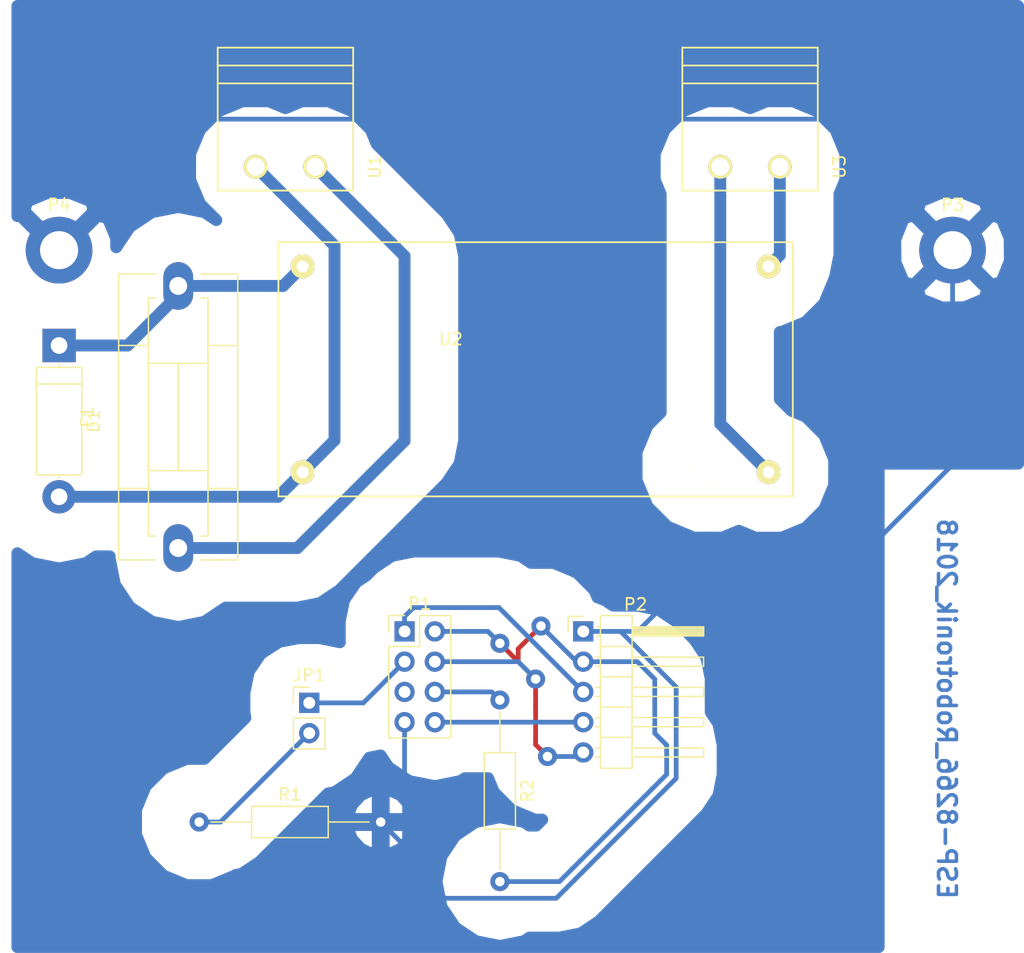
<source format=kicad_pcb>
(kicad_pcb (version 4) (host pcbnew 4.0.2+dfsg1-stable)

  (general
    (links 19)
    (no_connects 0)
    (area 73.691667 25 160.000001 105.000001)
    (thickness 1.6)
    (drawings 1)
    (tracks 74)
    (zones 0)
    (modules 12)
    (nets 14)
  )

  (page A4)
  (layers
    (0 F.Cu signal)
    (31 B.Cu signal)
    (32 B.Adhes user)
    (33 F.Adhes user)
    (34 B.Paste user)
    (35 F.Paste user)
    (36 B.SilkS user)
    (37 F.SilkS user)
    (38 B.Mask user)
    (39 F.Mask user)
    (40 Dwgs.User user)
    (41 Cmts.User user)
    (42 Eco1.User user)
    (43 Eco2.User user)
    (44 Edge.Cuts user)
    (45 Margin user)
    (46 B.CrtYd user)
    (47 F.CrtYd user)
    (48 B.Fab user)
    (49 F.Fab user)
  )

  (setup
    (last_trace_width 0.4)
    (trace_clearance 0.4)
    (zone_clearance 0.508)
    (zone_45_only no)
    (trace_min 0.2)
    (segment_width 0.2)
    (edge_width 0.15)
    (via_size 1.6)
    (via_drill 0.8)
    (via_min_size 0.4)
    (via_min_drill 0.3)
    (uvia_size 0.3)
    (uvia_drill 0.1)
    (uvias_allowed no)
    (uvia_min_size 0.2)
    (uvia_min_drill 0.1)
    (pcb_text_width 0.3)
    (pcb_text_size 1.5 1.5)
    (mod_edge_width 0.15)
    (mod_text_size 1 1)
    (mod_text_width 0.15)
    (pad_size 1.524 1.524)
    (pad_drill 0.762)
    (pad_to_mask_clearance 0.2)
    (aux_axis_origin 0 0)
    (visible_elements FFFFEF7F)
    (pcbplotparams
      (layerselection 0x00000_80000000)
      (usegerberextensions false)
      (excludeedgelayer true)
      (linewidth 0.100000)
      (plotframeref false)
      (viasonmask false)
      (mode 1)
      (useauxorigin false)
      (hpglpennumber 1)
      (hpglpenspeed 20)
      (hpglpendiameter 15)
      (hpglpenoverlay 2)
      (psnegative false)
      (psa4output false)
      (plotreference true)
      (plotvalue true)
      (plotinvisibletext false)
      (padsonsilk false)
      (subtractmaskfromsilk false)
      (outputformat 4)
      (mirror false)
      (drillshape 2)
      (scaleselection 1)
      (outputdirectory ""))
  )

  (net 0 "")
  (net 1 "Net-(JP1-Pad1)")
  (net 2 "Net-(JP1-Pad2)")
  (net 3 RX)
  (net 4 +3V3)
  (net 5 NRST)
  (net 6 "Net-(P1-Pad6)")
  (net 7 GND)
  (net 8 TX)
  (net 9 "Net-(D1-Pad1)")
  (net 10 "Net-(D1-Pad2)")
  (net 11 "Net-(F1-Pad1)")
  (net 12 "Net-(U2-Pad4)")
  (net 13 "Net-(U2-Pad3)")

  (net_class Default "This is the default net class."
    (clearance 0.4)
    (trace_width 0.4)
    (via_dia 1.6)
    (via_drill 0.8)
    (uvia_dia 0.3)
    (uvia_drill 0.1)
    (add_net +3V3)
    (add_net GND)
    (add_net NRST)
    (add_net "Net-(D1-Pad1)")
    (add_net "Net-(D1-Pad2)")
    (add_net "Net-(F1-Pad1)")
    (add_net "Net-(JP1-Pad1)")
    (add_net "Net-(JP1-Pad2)")
    (add_net "Net-(P1-Pad6)")
    (add_net "Net-(U2-Pad3)")
    (add_net "Net-(U2-Pad4)")
    (add_net RX)
    (add_net TX)
  )

  (module Pin_Headers:Pin_Header_Straight_2x04_Pitch2.54mm (layer F.Cu) (tedit 59650532) (tstamp 5AB41D3A)
    (at 108 78)
    (descr "Through hole straight pin header, 2x04, 2.54mm pitch, double rows")
    (tags "Through hole pin header THT 2x04 2.54mm double row")
    (path /5AB41B7A)
    (fp_text reference P1 (at 1.27 -2.33) (layer F.SilkS)
      (effects (font (size 1 1) (thickness 0.15)))
    )
    (fp_text value CONN_02X04 (at 1.27 9.95) (layer F.Fab)
      (effects (font (size 1 1) (thickness 0.15)))
    )
    (fp_line (start 0 -1.27) (end 3.81 -1.27) (layer F.Fab) (width 0.1))
    (fp_line (start 3.81 -1.27) (end 3.81 8.89) (layer F.Fab) (width 0.1))
    (fp_line (start 3.81 8.89) (end -1.27 8.89) (layer F.Fab) (width 0.1))
    (fp_line (start -1.27 8.89) (end -1.27 0) (layer F.Fab) (width 0.1))
    (fp_line (start -1.27 0) (end 0 -1.27) (layer F.Fab) (width 0.1))
    (fp_line (start -1.33 8.95) (end 3.87 8.95) (layer F.SilkS) (width 0.12))
    (fp_line (start -1.33 1.27) (end -1.33 8.95) (layer F.SilkS) (width 0.12))
    (fp_line (start 3.87 -1.33) (end 3.87 8.95) (layer F.SilkS) (width 0.12))
    (fp_line (start -1.33 1.27) (end 1.27 1.27) (layer F.SilkS) (width 0.12))
    (fp_line (start 1.27 1.27) (end 1.27 -1.33) (layer F.SilkS) (width 0.12))
    (fp_line (start 1.27 -1.33) (end 3.87 -1.33) (layer F.SilkS) (width 0.12))
    (fp_line (start -1.33 0) (end -1.33 -1.33) (layer F.SilkS) (width 0.12))
    (fp_line (start -1.33 -1.33) (end 0 -1.33) (layer F.SilkS) (width 0.12))
    (fp_line (start -1.8 -1.8) (end -1.8 9.4) (layer F.CrtYd) (width 0.05))
    (fp_line (start -1.8 9.4) (end 4.35 9.4) (layer F.CrtYd) (width 0.05))
    (fp_line (start 4.35 9.4) (end 4.35 -1.8) (layer F.CrtYd) (width 0.05))
    (fp_line (start 4.35 -1.8) (end -1.8 -1.8) (layer F.CrtYd) (width 0.05))
    (fp_text user %R (at 1.27 3.81 90) (layer F.Fab)
      (effects (font (size 1 1) (thickness 0.15)))
    )
    (pad 1 thru_hole rect (at 0 0) (size 1.7 1.7) (drill 1) (layers *.Cu *.Mask)
      (net 3 RX))
    (pad 2 thru_hole oval (at 2.54 0) (size 1.7 1.7) (drill 1) (layers *.Cu *.Mask)
      (net 4 +3V3))
    (pad 3 thru_hole oval (at 0 2.54) (size 1.7 1.7) (drill 1) (layers *.Cu *.Mask)
      (net 1 "Net-(JP1-Pad1)"))
    (pad 4 thru_hole oval (at 2.54 2.54) (size 1.7 1.7) (drill 1) (layers *.Cu *.Mask)
      (net 5 NRST))
    (pad 5 thru_hole oval (at 0 5.08) (size 1.7 1.7) (drill 1) (layers *.Cu *.Mask))
    (pad 6 thru_hole oval (at 2.54 5.08) (size 1.7 1.7) (drill 1) (layers *.Cu *.Mask)
      (net 6 "Net-(P1-Pad6)"))
    (pad 7 thru_hole oval (at 0 7.62) (size 1.7 1.7) (drill 1) (layers *.Cu *.Mask)
      (net 7 GND))
    (pad 8 thru_hole oval (at 2.54 7.62) (size 1.7 1.7) (drill 1) (layers *.Cu *.Mask)
      (net 8 TX))
    (model ${KISYS3DMOD}/Pin_Headers.3dshapes/Pin_Header_Straight_2x04_Pitch2.54mm.wrl
      (at (xyz 0 0 0))
      (scale (xyz 1 1 1))
      (rotate (xyz 0 0 0))
    )
  )

  (module Pin_Headers:Pin_Header_Angled_1x05_Pitch2.54mm (layer F.Cu) (tedit 59650532) (tstamp 5AB41D43)
    (at 123 78)
    (descr "Through hole angled pin header, 1x05, 2.54mm pitch, 6mm pin length, single row")
    (tags "Through hole angled pin header THT 1x05 2.54mm single row")
    (path /5AB41BF9)
    (fp_text reference P2 (at 4.385 -2.27) (layer F.SilkS)
      (effects (font (size 1 1) (thickness 0.15)))
    )
    (fp_text value CONN_01X05 (at 4.385 12.43) (layer F.Fab)
      (effects (font (size 1 1) (thickness 0.15)))
    )
    (fp_line (start 2.135 -1.27) (end 4.04 -1.27) (layer F.Fab) (width 0.1))
    (fp_line (start 4.04 -1.27) (end 4.04 11.43) (layer F.Fab) (width 0.1))
    (fp_line (start 4.04 11.43) (end 1.5 11.43) (layer F.Fab) (width 0.1))
    (fp_line (start 1.5 11.43) (end 1.5 -0.635) (layer F.Fab) (width 0.1))
    (fp_line (start 1.5 -0.635) (end 2.135 -1.27) (layer F.Fab) (width 0.1))
    (fp_line (start -0.32 -0.32) (end 1.5 -0.32) (layer F.Fab) (width 0.1))
    (fp_line (start -0.32 -0.32) (end -0.32 0.32) (layer F.Fab) (width 0.1))
    (fp_line (start -0.32 0.32) (end 1.5 0.32) (layer F.Fab) (width 0.1))
    (fp_line (start 4.04 -0.32) (end 10.04 -0.32) (layer F.Fab) (width 0.1))
    (fp_line (start 10.04 -0.32) (end 10.04 0.32) (layer F.Fab) (width 0.1))
    (fp_line (start 4.04 0.32) (end 10.04 0.32) (layer F.Fab) (width 0.1))
    (fp_line (start -0.32 2.22) (end 1.5 2.22) (layer F.Fab) (width 0.1))
    (fp_line (start -0.32 2.22) (end -0.32 2.86) (layer F.Fab) (width 0.1))
    (fp_line (start -0.32 2.86) (end 1.5 2.86) (layer F.Fab) (width 0.1))
    (fp_line (start 4.04 2.22) (end 10.04 2.22) (layer F.Fab) (width 0.1))
    (fp_line (start 10.04 2.22) (end 10.04 2.86) (layer F.Fab) (width 0.1))
    (fp_line (start 4.04 2.86) (end 10.04 2.86) (layer F.Fab) (width 0.1))
    (fp_line (start -0.32 4.76) (end 1.5 4.76) (layer F.Fab) (width 0.1))
    (fp_line (start -0.32 4.76) (end -0.32 5.4) (layer F.Fab) (width 0.1))
    (fp_line (start -0.32 5.4) (end 1.5 5.4) (layer F.Fab) (width 0.1))
    (fp_line (start 4.04 4.76) (end 10.04 4.76) (layer F.Fab) (width 0.1))
    (fp_line (start 10.04 4.76) (end 10.04 5.4) (layer F.Fab) (width 0.1))
    (fp_line (start 4.04 5.4) (end 10.04 5.4) (layer F.Fab) (width 0.1))
    (fp_line (start -0.32 7.3) (end 1.5 7.3) (layer F.Fab) (width 0.1))
    (fp_line (start -0.32 7.3) (end -0.32 7.94) (layer F.Fab) (width 0.1))
    (fp_line (start -0.32 7.94) (end 1.5 7.94) (layer F.Fab) (width 0.1))
    (fp_line (start 4.04 7.3) (end 10.04 7.3) (layer F.Fab) (width 0.1))
    (fp_line (start 10.04 7.3) (end 10.04 7.94) (layer F.Fab) (width 0.1))
    (fp_line (start 4.04 7.94) (end 10.04 7.94) (layer F.Fab) (width 0.1))
    (fp_line (start -0.32 9.84) (end 1.5 9.84) (layer F.Fab) (width 0.1))
    (fp_line (start -0.32 9.84) (end -0.32 10.48) (layer F.Fab) (width 0.1))
    (fp_line (start -0.32 10.48) (end 1.5 10.48) (layer F.Fab) (width 0.1))
    (fp_line (start 4.04 9.84) (end 10.04 9.84) (layer F.Fab) (width 0.1))
    (fp_line (start 10.04 9.84) (end 10.04 10.48) (layer F.Fab) (width 0.1))
    (fp_line (start 4.04 10.48) (end 10.04 10.48) (layer F.Fab) (width 0.1))
    (fp_line (start 1.44 -1.33) (end 1.44 11.49) (layer F.SilkS) (width 0.12))
    (fp_line (start 1.44 11.49) (end 4.1 11.49) (layer F.SilkS) (width 0.12))
    (fp_line (start 4.1 11.49) (end 4.1 -1.33) (layer F.SilkS) (width 0.12))
    (fp_line (start 4.1 -1.33) (end 1.44 -1.33) (layer F.SilkS) (width 0.12))
    (fp_line (start 4.1 -0.38) (end 10.1 -0.38) (layer F.SilkS) (width 0.12))
    (fp_line (start 10.1 -0.38) (end 10.1 0.38) (layer F.SilkS) (width 0.12))
    (fp_line (start 10.1 0.38) (end 4.1 0.38) (layer F.SilkS) (width 0.12))
    (fp_line (start 4.1 -0.32) (end 10.1 -0.32) (layer F.SilkS) (width 0.12))
    (fp_line (start 4.1 -0.2) (end 10.1 -0.2) (layer F.SilkS) (width 0.12))
    (fp_line (start 4.1 -0.08) (end 10.1 -0.08) (layer F.SilkS) (width 0.12))
    (fp_line (start 4.1 0.04) (end 10.1 0.04) (layer F.SilkS) (width 0.12))
    (fp_line (start 4.1 0.16) (end 10.1 0.16) (layer F.SilkS) (width 0.12))
    (fp_line (start 4.1 0.28) (end 10.1 0.28) (layer F.SilkS) (width 0.12))
    (fp_line (start 1.11 -0.38) (end 1.44 -0.38) (layer F.SilkS) (width 0.12))
    (fp_line (start 1.11 0.38) (end 1.44 0.38) (layer F.SilkS) (width 0.12))
    (fp_line (start 1.44 1.27) (end 4.1 1.27) (layer F.SilkS) (width 0.12))
    (fp_line (start 4.1 2.16) (end 10.1 2.16) (layer F.SilkS) (width 0.12))
    (fp_line (start 10.1 2.16) (end 10.1 2.92) (layer F.SilkS) (width 0.12))
    (fp_line (start 10.1 2.92) (end 4.1 2.92) (layer F.SilkS) (width 0.12))
    (fp_line (start 1.042929 2.16) (end 1.44 2.16) (layer F.SilkS) (width 0.12))
    (fp_line (start 1.042929 2.92) (end 1.44 2.92) (layer F.SilkS) (width 0.12))
    (fp_line (start 1.44 3.81) (end 4.1 3.81) (layer F.SilkS) (width 0.12))
    (fp_line (start 4.1 4.7) (end 10.1 4.7) (layer F.SilkS) (width 0.12))
    (fp_line (start 10.1 4.7) (end 10.1 5.46) (layer F.SilkS) (width 0.12))
    (fp_line (start 10.1 5.46) (end 4.1 5.46) (layer F.SilkS) (width 0.12))
    (fp_line (start 1.042929 4.7) (end 1.44 4.7) (layer F.SilkS) (width 0.12))
    (fp_line (start 1.042929 5.46) (end 1.44 5.46) (layer F.SilkS) (width 0.12))
    (fp_line (start 1.44 6.35) (end 4.1 6.35) (layer F.SilkS) (width 0.12))
    (fp_line (start 4.1 7.24) (end 10.1 7.24) (layer F.SilkS) (width 0.12))
    (fp_line (start 10.1 7.24) (end 10.1 8) (layer F.SilkS) (width 0.12))
    (fp_line (start 10.1 8) (end 4.1 8) (layer F.SilkS) (width 0.12))
    (fp_line (start 1.042929 7.24) (end 1.44 7.24) (layer F.SilkS) (width 0.12))
    (fp_line (start 1.042929 8) (end 1.44 8) (layer F.SilkS) (width 0.12))
    (fp_line (start 1.44 8.89) (end 4.1 8.89) (layer F.SilkS) (width 0.12))
    (fp_line (start 4.1 9.78) (end 10.1 9.78) (layer F.SilkS) (width 0.12))
    (fp_line (start 10.1 9.78) (end 10.1 10.54) (layer F.SilkS) (width 0.12))
    (fp_line (start 10.1 10.54) (end 4.1 10.54) (layer F.SilkS) (width 0.12))
    (fp_line (start 1.042929 9.78) (end 1.44 9.78) (layer F.SilkS) (width 0.12))
    (fp_line (start 1.042929 10.54) (end 1.44 10.54) (layer F.SilkS) (width 0.12))
    (fp_line (start -1.27 0) (end -1.27 -1.27) (layer F.SilkS) (width 0.12))
    (fp_line (start -1.27 -1.27) (end 0 -1.27) (layer F.SilkS) (width 0.12))
    (fp_line (start -1.8 -1.8) (end -1.8 11.95) (layer F.CrtYd) (width 0.05))
    (fp_line (start -1.8 11.95) (end 10.55 11.95) (layer F.CrtYd) (width 0.05))
    (fp_line (start 10.55 11.95) (end 10.55 -1.8) (layer F.CrtYd) (width 0.05))
    (fp_line (start 10.55 -1.8) (end -1.8 -1.8) (layer F.CrtYd) (width 0.05))
    (fp_text user %R (at 2.77 5.08 90) (layer F.Fab)
      (effects (font (size 1 1) (thickness 0.15)))
    )
    (pad 1 thru_hole rect (at 0 0) (size 1.7 1.7) (drill 1) (layers *.Cu *.Mask)
      (net 7 GND))
    (pad 2 thru_hole oval (at 0 2.54) (size 1.7 1.7) (drill 1) (layers *.Cu *.Mask)
      (net 4 +3V3))
    (pad 3 thru_hole oval (at 0 5.08) (size 1.7 1.7) (drill 1) (layers *.Cu *.Mask)
      (net 3 RX))
    (pad 4 thru_hole oval (at 0 7.62) (size 1.7 1.7) (drill 1) (layers *.Cu *.Mask)
      (net 8 TX))
    (pad 5 thru_hole oval (at 0 10.16) (size 1.7 1.7) (drill 1) (layers *.Cu *.Mask)
      (net 5 NRST))
    (model ${KISYS3DMOD}/Pin_Headers.3dshapes/Pin_Header_Angled_1x05_Pitch2.54mm.wrl
      (at (xyz 0 0 0))
      (scale (xyz 1 1 1))
      (rotate (xyz 0 0 0))
    )
  )

  (module Pin_Headers:Pin_Header_Straight_1x02_Pitch2.54mm (layer F.Cu) (tedit 59650532) (tstamp 5AB41D2E)
    (at 100 84)
    (descr "Through hole straight pin header, 1x02, 2.54mm pitch, single row")
    (tags "Through hole pin header THT 1x02 2.54mm single row")
    (path /5AB42059)
    (fp_text reference JP1 (at 0 -2.33) (layer F.SilkS)
      (effects (font (size 1 1) (thickness 0.15)))
    )
    (fp_text value JUMPER (at 0 4.87) (layer F.Fab)
      (effects (font (size 1 1) (thickness 0.15)))
    )
    (fp_line (start -0.635 -1.27) (end 1.27 -1.27) (layer F.Fab) (width 0.1))
    (fp_line (start 1.27 -1.27) (end 1.27 3.81) (layer F.Fab) (width 0.1))
    (fp_line (start 1.27 3.81) (end -1.27 3.81) (layer F.Fab) (width 0.1))
    (fp_line (start -1.27 3.81) (end -1.27 -0.635) (layer F.Fab) (width 0.1))
    (fp_line (start -1.27 -0.635) (end -0.635 -1.27) (layer F.Fab) (width 0.1))
    (fp_line (start -1.33 3.87) (end 1.33 3.87) (layer F.SilkS) (width 0.12))
    (fp_line (start -1.33 1.27) (end -1.33 3.87) (layer F.SilkS) (width 0.12))
    (fp_line (start 1.33 1.27) (end 1.33 3.87) (layer F.SilkS) (width 0.12))
    (fp_line (start -1.33 1.27) (end 1.33 1.27) (layer F.SilkS) (width 0.12))
    (fp_line (start -1.33 0) (end -1.33 -1.33) (layer F.SilkS) (width 0.12))
    (fp_line (start -1.33 -1.33) (end 0 -1.33) (layer F.SilkS) (width 0.12))
    (fp_line (start -1.8 -1.8) (end -1.8 4.35) (layer F.CrtYd) (width 0.05))
    (fp_line (start -1.8 4.35) (end 1.8 4.35) (layer F.CrtYd) (width 0.05))
    (fp_line (start 1.8 4.35) (end 1.8 -1.8) (layer F.CrtYd) (width 0.05))
    (fp_line (start 1.8 -1.8) (end -1.8 -1.8) (layer F.CrtYd) (width 0.05))
    (fp_text user %R (at 0 1.27 90) (layer F.Fab)
      (effects (font (size 1 1) (thickness 0.15)))
    )
    (pad 1 thru_hole rect (at 0 0) (size 1.7 1.7) (drill 1) (layers *.Cu *.Mask)
      (net 1 "Net-(JP1-Pad1)"))
    (pad 2 thru_hole oval (at 0 2.54) (size 1.7 1.7) (drill 1) (layers *.Cu *.Mask)
      (net 2 "Net-(JP1-Pad2)"))
    (model ${KISYS3DMOD}/Pin_Headers.3dshapes/Pin_Header_Straight_1x02_Pitch2.54mm.wrl
      (at (xyz 0 0 0))
      (scale (xyz 1 1 1))
      (rotate (xyz 0 0 0))
    )
  )

  (module Mounting_Holes:MountingHole_3.2mm_M3_DIN965_Pad (layer F.Cu) (tedit 56D1B4CB) (tstamp 5AB41D48)
    (at 154 46)
    (descr "Mounting Hole 3.2mm, M3, DIN965")
    (tags "mounting hole 3.2mm m3 din965")
    (path /5AB4250B)
    (fp_text reference P3 (at 0 -3.8) (layer F.SilkS)
      (effects (font (size 1 1) (thickness 0.15)))
    )
    (fp_text value CONN_01X01 (at 0 3.8) (layer F.Fab)
      (effects (font (size 1 1) (thickness 0.15)))
    )
    (fp_circle (center 0 0) (end 2.8 0) (layer Cmts.User) (width 0.15))
    (fp_circle (center 0 0) (end 3.05 0) (layer F.CrtYd) (width 0.05))
    (pad 1 thru_hole circle (at 0 0) (size 5.6 5.6) (drill 3.2) (layers *.Cu *.Mask)
      (net 7 GND))
  )

  (module Mounting_Holes:MountingHole_3.2mm_M3_DIN965_Pad (layer F.Cu) (tedit 56D1B4CB) (tstamp 5AB41D4D)
    (at 79 46)
    (descr "Mounting Hole 3.2mm, M3, DIN965")
    (tags "mounting hole 3.2mm m3 din965")
    (path /5AB4248A)
    (fp_text reference P4 (at 0 -3.8) (layer F.SilkS)
      (effects (font (size 1 1) (thickness 0.15)))
    )
    (fp_text value CONN_01X01 (at 0 3.8) (layer F.Fab)
      (effects (font (size 1 1) (thickness 0.15)))
    )
    (fp_circle (center 0 0) (end 2.8 0) (layer Cmts.User) (width 0.15))
    (fp_circle (center 0 0) (end 3.05 0) (layer F.CrtYd) (width 0.05))
    (pad 1 thru_hole circle (at 0 0) (size 5.6 5.6) (drill 3.2) (layers *.Cu *.Mask)
      (net 7 GND))
  )

  (module Resistors_THT:R_Axial_DIN0207_L6.3mm_D2.5mm_P15.24mm_Horizontal (layer F.Cu) (tedit 5874F706) (tstamp 5AB41D53)
    (at 90.76 94)
    (descr "Resistor, Axial_DIN0207 series, Axial, Horizontal, pin pitch=15.24mm, 0.25W = 1/4W, length*diameter=6.3*2.5mm^2, http://cdn-reichelt.de/documents/datenblatt/B400/1_4W%23YAG.pdf")
    (tags "Resistor Axial_DIN0207 series Axial Horizontal pin pitch 15.24mm 0.25W = 1/4W length 6.3mm diameter 2.5mm")
    (path /5AB41DE8)
    (fp_text reference R1 (at 7.62 -2.31) (layer F.SilkS)
      (effects (font (size 1 1) (thickness 0.15)))
    )
    (fp_text value 1kR (at 7.62 2.31) (layer F.Fab)
      (effects (font (size 1 1) (thickness 0.15)))
    )
    (fp_line (start 4.47 -1.25) (end 4.47 1.25) (layer F.Fab) (width 0.1))
    (fp_line (start 4.47 1.25) (end 10.77 1.25) (layer F.Fab) (width 0.1))
    (fp_line (start 10.77 1.25) (end 10.77 -1.25) (layer F.Fab) (width 0.1))
    (fp_line (start 10.77 -1.25) (end 4.47 -1.25) (layer F.Fab) (width 0.1))
    (fp_line (start 0 0) (end 4.47 0) (layer F.Fab) (width 0.1))
    (fp_line (start 15.24 0) (end 10.77 0) (layer F.Fab) (width 0.1))
    (fp_line (start 4.41 -1.31) (end 4.41 1.31) (layer F.SilkS) (width 0.12))
    (fp_line (start 4.41 1.31) (end 10.83 1.31) (layer F.SilkS) (width 0.12))
    (fp_line (start 10.83 1.31) (end 10.83 -1.31) (layer F.SilkS) (width 0.12))
    (fp_line (start 10.83 -1.31) (end 4.41 -1.31) (layer F.SilkS) (width 0.12))
    (fp_line (start 0.98 0) (end 4.41 0) (layer F.SilkS) (width 0.12))
    (fp_line (start 14.26 0) (end 10.83 0) (layer F.SilkS) (width 0.12))
    (fp_line (start -1.05 -1.6) (end -1.05 1.6) (layer F.CrtYd) (width 0.05))
    (fp_line (start -1.05 1.6) (end 16.3 1.6) (layer F.CrtYd) (width 0.05))
    (fp_line (start 16.3 1.6) (end 16.3 -1.6) (layer F.CrtYd) (width 0.05))
    (fp_line (start 16.3 -1.6) (end -1.05 -1.6) (layer F.CrtYd) (width 0.05))
    (pad 1 thru_hole circle (at 0 0) (size 1.6 1.6) (drill 0.8) (layers *.Cu *.Mask)
      (net 2 "Net-(JP1-Pad2)"))
    (pad 2 thru_hole oval (at 15.24 0) (size 1.6 1.6) (drill 0.8) (layers *.Cu *.Mask)
      (net 7 GND))
    (model ${KISYS3DMOD}/Resistors_THT.3dshapes/R_Axial_DIN0207_L6.3mm_D2.5mm_P15.24mm_Horizontal.wrl
      (at (xyz 0 0 0))
      (scale (xyz 0.393701 0.393701 0.393701))
      (rotate (xyz 0 0 0))
    )
  )

  (module Resistors_THT:R_Axial_DIN0207_L6.3mm_D2.5mm_P15.24mm_Horizontal (layer F.Cu) (tedit 5874F706) (tstamp 5AB41D59)
    (at 116 83.76 270)
    (descr "Resistor, Axial_DIN0207 series, Axial, Horizontal, pin pitch=15.24mm, 0.25W = 1/4W, length*diameter=6.3*2.5mm^2, http://cdn-reichelt.de/documents/datenblatt/B400/1_4W%23YAG.pdf")
    (tags "Resistor Axial_DIN0207 series Axial Horizontal pin pitch 15.24mm 0.25W = 1/4W length 6.3mm diameter 2.5mm")
    (path /5AB42254)
    (fp_text reference R2 (at 7.62 -2.31 270) (layer F.SilkS)
      (effects (font (size 1 1) (thickness 0.15)))
    )
    (fp_text value 1kR (at 7.62 2.31 270) (layer F.Fab)
      (effects (font (size 1 1) (thickness 0.15)))
    )
    (fp_line (start 4.47 -1.25) (end 4.47 1.25) (layer F.Fab) (width 0.1))
    (fp_line (start 4.47 1.25) (end 10.77 1.25) (layer F.Fab) (width 0.1))
    (fp_line (start 10.77 1.25) (end 10.77 -1.25) (layer F.Fab) (width 0.1))
    (fp_line (start 10.77 -1.25) (end 4.47 -1.25) (layer F.Fab) (width 0.1))
    (fp_line (start 0 0) (end 4.47 0) (layer F.Fab) (width 0.1))
    (fp_line (start 15.24 0) (end 10.77 0) (layer F.Fab) (width 0.1))
    (fp_line (start 4.41 -1.31) (end 4.41 1.31) (layer F.SilkS) (width 0.12))
    (fp_line (start 4.41 1.31) (end 10.83 1.31) (layer F.SilkS) (width 0.12))
    (fp_line (start 10.83 1.31) (end 10.83 -1.31) (layer F.SilkS) (width 0.12))
    (fp_line (start 10.83 -1.31) (end 4.41 -1.31) (layer F.SilkS) (width 0.12))
    (fp_line (start 0.98 0) (end 4.41 0) (layer F.SilkS) (width 0.12))
    (fp_line (start 14.26 0) (end 10.83 0) (layer F.SilkS) (width 0.12))
    (fp_line (start -1.05 -1.6) (end -1.05 1.6) (layer F.CrtYd) (width 0.05))
    (fp_line (start -1.05 1.6) (end 16.3 1.6) (layer F.CrtYd) (width 0.05))
    (fp_line (start 16.3 1.6) (end 16.3 -1.6) (layer F.CrtYd) (width 0.05))
    (fp_line (start 16.3 -1.6) (end -1.05 -1.6) (layer F.CrtYd) (width 0.05))
    (pad 1 thru_hole circle (at 0 0 270) (size 1.6 1.6) (drill 0.8) (layers *.Cu *.Mask)
      (net 6 "Net-(P1-Pad6)"))
    (pad 2 thru_hole oval (at 15.24 0 270) (size 1.6 1.6) (drill 0.8) (layers *.Cu *.Mask)
      (net 4 +3V3))
    (model ${KISYS3DMOD}/Resistors_THT.3dshapes/R_Axial_DIN0207_L6.3mm_D2.5mm_P15.24mm_Horizontal.wrl
      (at (xyz 0 0 0))
      (scale (xyz 0.393701 0.393701 0.393701))
      (rotate (xyz 0 0 0))
    )
  )

  (module Diodes_THT:D_5W_P12.70mm_Horizontal (layer F.Cu) (tedit 5921392E) (tstamp 5AB41F2D)
    (at 79 54 270)
    (descr "D, 5W series, Axial, Horizontal, pin pitch=12.7mm, , length*diameter=8.9*3.7mm^2, , http://www.diodes.com/_files/packages/8686949.gif")
    (tags "D 5W series Axial Horizontal pin pitch 12.7mm  length 8.9mm diameter 3.7mm")
    (path /5AB42BF7)
    (fp_text reference D1 (at 6.35 -2.91 270) (layer F.SilkS)
      (effects (font (size 1 1) (thickness 0.15)))
    )
    (fp_text value D (at 6.35 2.91 270) (layer F.Fab)
      (effects (font (size 1 1) (thickness 0.15)))
    )
    (fp_text user %R (at 6.35 0 270) (layer F.Fab)
      (effects (font (size 1 1) (thickness 0.15)))
    )
    (fp_line (start 1.9 -1.85) (end 1.9 1.85) (layer F.Fab) (width 0.1))
    (fp_line (start 1.9 1.85) (end 10.8 1.85) (layer F.Fab) (width 0.1))
    (fp_line (start 10.8 1.85) (end 10.8 -1.85) (layer F.Fab) (width 0.1))
    (fp_line (start 10.8 -1.85) (end 1.9 -1.85) (layer F.Fab) (width 0.1))
    (fp_line (start 0 0) (end 1.9 0) (layer F.Fab) (width 0.1))
    (fp_line (start 12.7 0) (end 10.8 0) (layer F.Fab) (width 0.1))
    (fp_line (start 3.235 -1.85) (end 3.235 1.85) (layer F.Fab) (width 0.1))
    (fp_line (start 1.84 -1.91) (end 1.84 1.91) (layer F.SilkS) (width 0.12))
    (fp_line (start 1.84 1.91) (end 10.86 1.91) (layer F.SilkS) (width 0.12))
    (fp_line (start 10.86 1.91) (end 10.86 -1.91) (layer F.SilkS) (width 0.12))
    (fp_line (start 10.86 -1.91) (end 1.84 -1.91) (layer F.SilkS) (width 0.12))
    (fp_line (start 1.58 0) (end 1.84 0) (layer F.SilkS) (width 0.12))
    (fp_line (start 11.12 0) (end 10.86 0) (layer F.SilkS) (width 0.12))
    (fp_line (start 3.235 -1.91) (end 3.235 1.91) (layer F.SilkS) (width 0.12))
    (fp_line (start -1.65 -2.2) (end -1.65 2.2) (layer F.CrtYd) (width 0.05))
    (fp_line (start -1.65 2.2) (end 14.35 2.2) (layer F.CrtYd) (width 0.05))
    (fp_line (start 14.35 2.2) (end 14.35 -2.2) (layer F.CrtYd) (width 0.05))
    (fp_line (start 14.35 -2.2) (end -1.65 -2.2) (layer F.CrtYd) (width 0.05))
    (pad 1 thru_hole rect (at 0 0 270) (size 2.8 2.8) (drill 1.4) (layers *.Cu *.Mask)
      (net 9 "Net-(D1-Pad1)"))
    (pad 2 thru_hole oval (at 12.7 0 270) (size 2.8 2.8) (drill 1.4) (layers *.Cu *.Mask)
      (net 10 "Net-(D1-Pad2)"))
    (model ${KISYS3DMOD}/Diodes_THT.3dshapes/D_5W_P12.70mm_Horizontal.wrl
      (at (xyz 0 0 0))
      (scale (xyz 0.393701 0.393701 0.393701))
      (rotate (xyz 0 0 0))
    )
  )

  (module Fuse_Holders_and_Fuses:Fuseholder5x20_horiz_SemiClosed_Casing10x25mm (layer F.Cu) (tedit 5880C4BF) (tstamp 5AB41F33)
    (at 89 71 90)
    (descr "Fuseholder, 5x20, Semi closed, horizontal, Casing 10x25mm,")
    (tags "Fuseholder 5x20 Semi closed horizontal Casing 10x25mm Sicherungshalter halbgeschlossen ")
    (path /5AB42B94)
    (fp_text reference F1 (at 11 -7.62 90) (layer F.SilkS)
      (effects (font (size 1 1) (thickness 0.15)))
    )
    (fp_text value FUSE (at 12.27 7.62 90) (layer F.Fab)
      (effects (font (size 1 1) (thickness 0.15)))
    )
    (fp_line (start 5 2.5) (end 5 4.9) (layer F.Fab) (width 0.1))
    (fp_line (start 17 -2.5) (end 17 -4.9) (layer F.Fab) (width 0.1))
    (fp_line (start 17 2.5) (end 17 4.95) (layer F.Fab) (width 0.1))
    (fp_line (start 15.5 -2.5) (end 15.5 2.5) (layer F.Fab) (width 0.1))
    (fp_line (start 6.5 0) (end 15.5 0) (layer F.Fab) (width 0.1))
    (fp_line (start 6.5 -2.5) (end 6.5 2.5) (layer F.Fab) (width 0.1))
    (fp_line (start 5 -4.9) (end 5 -2.5) (layer F.Fab) (width 0.1))
    (fp_line (start 1 -2.5) (end 1 2.5) (layer F.Fab) (width 0.1))
    (fp_line (start 1 2.5) (end 21 2.5) (layer F.Fab) (width 0.1))
    (fp_line (start 21 2.5) (end 21 -2.5) (layer F.Fab) (width 0.1))
    (fp_line (start 21 -2.5) (end 1 -2.5) (layer F.Fab) (width 0.1))
    (fp_line (start -0.9 -4.9) (end -0.9 4.9) (layer F.Fab) (width 0.1))
    (fp_line (start -0.9 4.9) (end 22.9 4.9) (layer F.Fab) (width 0.1))
    (fp_line (start 22.9 4.9) (end 22.9 -4.9) (layer F.Fab) (width 0.1))
    (fp_line (start 22.9 -4.9) (end -0.9 -4.9) (layer F.Fab) (width 0.1))
    (fp_line (start 5 -2.5) (end 5 -5) (layer F.SilkS) (width 0.12))
    (fp_line (start 5 5) (end 5 2.5) (layer F.SilkS) (width 0.12))
    (fp_line (start 17 5) (end 17 2.5) (layer F.SilkS) (width 0.12))
    (fp_line (start 17 -5) (end 17 -2.5) (layer F.SilkS) (width 0.12))
    (fp_line (start 6.5 0) (end 15.5 0) (layer F.SilkS) (width 0.12))
    (fp_line (start 6.5 -2.5) (end 6.5 2.5) (layer F.SilkS) (width 0.12))
    (fp_line (start 15.5 -2.5) (end 15.5 2.5) (layer F.SilkS) (width 0.12))
    (fp_line (start 21 -1.9) (end 21 -2.5) (layer F.SilkS) (width 0.12))
    (fp_line (start 1 1.9) (end 1 2.5) (layer F.SilkS) (width 0.12))
    (fp_line (start 1 2.5) (end 21 2.5) (layer F.SilkS) (width 0.12))
    (fp_line (start 21 2.5) (end 21 1.9) (layer F.SilkS) (width 0.12))
    (fp_line (start 21 -2.5) (end 1 -2.5) (layer F.SilkS) (width 0.12))
    (fp_line (start 1 -2.5) (end 1 -1.9) (layer F.SilkS) (width 0.12))
    (fp_line (start 23 -1.9) (end 23 -5) (layer F.SilkS) (width 0.12))
    (fp_line (start -1 1.9) (end -1 5) (layer F.SilkS) (width 0.12))
    (fp_line (start -1 5) (end 23 5) (layer F.SilkS) (width 0.12))
    (fp_line (start 23 5) (end 23 1.9) (layer F.SilkS) (width 0.12))
    (fp_line (start 23 -5) (end -1 -5) (layer F.SilkS) (width 0.12))
    (fp_line (start -1 -5) (end -1 -1.9) (layer F.SilkS) (width 0.12))
    (fp_line (start -1.5 -5.15) (end 23.5 -5.15) (layer F.CrtYd) (width 0.05))
    (fp_line (start -1.5 -5.15) (end -1.5 5.2) (layer F.CrtYd) (width 0.05))
    (fp_line (start 23.5 5.2) (end 23.5 -5.15) (layer F.CrtYd) (width 0.05))
    (fp_line (start 23.5 5.2) (end -1.5 5.2) (layer F.CrtYd) (width 0.05))
    (pad 2 thru_hole oval (at 22 0) (size 2.5 4) (drill 1.5) (layers *.Cu *.Mask)
      (net 9 "Net-(D1-Pad1)"))
    (pad 1 thru_hole oval (at 0 0) (size 2.5 4) (drill 1.5) (layers *.Cu *.Mask)
      (net 11 "Net-(F1-Pad1)"))
  )

  (module "dsn2596:B plug 5mm" (layer F.Cu) (tedit 57092EFC) (tstamp 5AB41F39)
    (at 98 39 270)
    (path /5AB4269B)
    (fp_text reference U1 (at 0 -7.5 270) (layer F.SilkS)
      (effects (font (size 1 1) (thickness 0.15)))
    )
    (fp_text value B_Plug_5mm (at 0 -9.5 270) (layer F.Fab)
      (effects (font (size 1 1) (thickness 0.15)))
    )
    (fp_line (start -8.5 -5.685) (end -8.5 5.685) (layer F.SilkS) (width 0.15))
    (fp_line (start -7 -5.685) (end -7 5.685) (layer F.SilkS) (width 0.15))
    (fp_line (start -10 5.685) (end 0 5.685) (layer F.SilkS) (width 0.15))
    (fp_line (start -10 -5.685) (end -10 5.685) (layer F.SilkS) (width 0.15))
    (fp_line (start 0 -5.685) (end -10 -5.685) (layer F.SilkS) (width 0.15))
    (fp_line (start 2 5.685) (end 0 5.685) (layer F.SilkS) (width 0.15))
    (fp_line (start 2 -5.685) (end 2 5.685) (layer F.SilkS) (width 0.15))
    (fp_line (start 0 -5.685) (end 2 -5.685) (layer F.SilkS) (width 0.15))
    (fp_line (start 2 -5.685) (end 2 5.685) (layer F.SilkS) (width 0.15))
    (pad 1 thru_hole circle (at 0 -2.5 270) (size 2 2) (drill 1.5) (layers *.Cu *.Mask F.SilkS)
      (net 11 "Net-(F1-Pad1)"))
    (pad 2 thru_hole circle (at 0 2.5 270) (size 2 2) (drill 1.5) (layers *.Cu *.Mask F.SilkS)
      (net 10 "Net-(D1-Pad2)"))
  )

  (module dsn2596:DSN2596 (layer F.Cu) (tedit 5704CEDC) (tstamp 5AB41F43)
    (at 119 56)
    (path /5AB427D1)
    (fp_text reference U2 (at -7.112 -2.54) (layer F.SilkS)
      (effects (font (size 1 1) (thickness 0.15)))
    )
    (fp_text value DSN2596 (at -7.366 -5.08) (layer F.Fab)
      (effects (font (size 1 1) (thickness 0.15)))
    )
    (fp_line (start 21.59 10.668) (end -21.59 10.668) (layer F.SilkS) (width 0.15))
    (fp_line (start -21.59 -10.668) (end 21.59 -10.668) (layer F.SilkS) (width 0.15))
    (fp_line (start -7.62 0.508) (end -7.62 5.334) (layer B.Paste) (width 0.15))
    (fp_line (start -9.398 0.508) (end -9.398 5.334) (layer B.Paste) (width 0.15))
    (fp_line (start -5.842 0.508) (end -5.842 5.334) (layer B.Paste) (width 0.15))
    (fp_line (start -4.318 0.508) (end -4.318 5.334) (layer B.Paste) (width 0.15))
    (fp_line (start -10.922 0.508) (end -10.922 5.334) (layer B.Paste) (width 0.15))
    (fp_circle (center -17.018 1.016) (end -13.97 3.048) (layer B.Paste) (width 0.15))
    (fp_circle (center 17.78 -2.286) (end 20.066 0.254) (layer B.Paste) (width 0.15))
    (fp_line (start -3.048 0.508) (end -3.048 -8.128) (layer B.Paste) (width 0.15))
    (fp_line (start -3.048 -8.128) (end -11.938 -8.128) (layer B.Paste) (width 0.15))
    (fp_line (start -11.938 -8.128) (end -11.938 0.254) (layer B.Paste) (width 0.15))
    (fp_line (start -11.938 0.254) (end -11.938 0.508) (layer B.Paste) (width 0.15))
    (fp_line (start -11.938 0.508) (end -3.048 0.508) (layer B.Paste) (width 0.15))
    (fp_line (start -1.27 -4.318) (end -1.27 9.144) (layer B.Paste) (width 0.15))
    (fp_line (start -1.27 9.144) (end 12.446 9.144) (layer B.Paste) (width 0.15))
    (fp_line (start 12.446 9.144) (end 12.446 -4.318) (layer B.Paste) (width 0.15))
    (fp_line (start 12.446 -4.318) (end -1.27 -4.318) (layer B.Paste) (width 0.15))
    (fp_line (start 13.462 -5.842) (end 2.032 -5.842) (layer B.Paste) (width 0.15))
    (fp_line (start 2.032 -5.842) (end 2.032 -9.652) (layer B.Paste) (width 0.15))
    (fp_line (start 2.032 -9.652) (end 13.462 -9.652) (layer B.Paste) (width 0.15))
    (fp_line (start 13.462 -9.652) (end 13.462 -5.842) (layer B.Paste) (width 0.15))
    (fp_line (start 21.59 -10.668) (end 21.59 10.668) (layer F.SilkS) (width 0.15))
    (fp_line (start -21.59 10.668) (end -21.59 -10.668) (layer F.SilkS) (width 0.15))
    (pad 1 thru_hole circle (at -19.558 -8.636) (size 2 2) (drill 1) (layers *.Cu *.Mask F.SilkS)
      (net 9 "Net-(D1-Pad1)"))
    (pad 4 thru_hole circle (at 19.558 -8.636) (size 2 2) (drill 1) (layers *.Cu *.Mask F.SilkS)
      (net 12 "Net-(U2-Pad4)"))
    (pad 3 thru_hole circle (at 19.558 8.636) (size 2 2) (drill 1) (layers *.Cu *.Mask F.SilkS)
      (net 13 "Net-(U2-Pad3)"))
    (pad 2 thru_hole circle (at -19.558 8.636) (size 2 2) (drill 1) (layers *.Cu *.Mask F.SilkS)
      (net 10 "Net-(D1-Pad2)"))
    (pad "" np_thru_hole circle (at 14.478 8.128) (size 3 3) (drill 3) (layers *.Cu *.Mask F.SilkS))
    (pad "" np_thru_hole circle (at -14.478 -8.128) (size 3 3) (drill 3) (layers *.Cu *.Mask F.SilkS))
  )

  (module "dsn2596:B plug 5mm" (layer F.Cu) (tedit 57092EFC) (tstamp 5AB41F49)
    (at 137 39 270)
    (path /5AB42774)
    (fp_text reference U3 (at 0 -7.5 270) (layer F.SilkS)
      (effects (font (size 1 1) (thickness 0.15)))
    )
    (fp_text value B_Plug_5mm (at 0 -9.5 270) (layer F.Fab)
      (effects (font (size 1 1) (thickness 0.15)))
    )
    (fp_line (start -8.5 -5.685) (end -8.5 5.685) (layer F.SilkS) (width 0.15))
    (fp_line (start -7 -5.685) (end -7 5.685) (layer F.SilkS) (width 0.15))
    (fp_line (start -10 5.685) (end 0 5.685) (layer F.SilkS) (width 0.15))
    (fp_line (start -10 -5.685) (end -10 5.685) (layer F.SilkS) (width 0.15))
    (fp_line (start 0 -5.685) (end -10 -5.685) (layer F.SilkS) (width 0.15))
    (fp_line (start 2 5.685) (end 0 5.685) (layer F.SilkS) (width 0.15))
    (fp_line (start 2 -5.685) (end 2 5.685) (layer F.SilkS) (width 0.15))
    (fp_line (start 0 -5.685) (end 2 -5.685) (layer F.SilkS) (width 0.15))
    (fp_line (start 2 -5.685) (end 2 5.685) (layer F.SilkS) (width 0.15))
    (pad 1 thru_hole circle (at 0 -2.5 270) (size 2 2) (drill 1.5) (layers *.Cu *.Mask F.SilkS)
      (net 12 "Net-(U2-Pad4)"))
    (pad 2 thru_hole circle (at 0 2.5 270) (size 2 2) (drill 1.5) (layers *.Cu *.Mask F.SilkS)
      (net 13 "Net-(U2-Pad3)"))
  )

  (gr_text ESP-8266_Robotronik_2018 (at 153.5 84.5 270) (layer B.Cu)
    (effects (font (size 1.5 1.5) (thickness 0.3)) (justify mirror))
  )

  (segment (start 100 84) (end 104.54 84) (width 0.4) (layer B.Cu) (net 1))
  (segment (start 104.54 84) (end 108 80.54) (width 0.4) (layer B.Cu) (net 1))
  (segment (start 90.76 94) (end 92.54 94) (width 0.4) (layer B.Cu) (net 2))
  (segment (start 92.54 94) (end 100 86.54) (width 0.4) (layer B.Cu) (net 2))
  (segment (start 108.75 76) (end 115.92 76) (width 0.4) (layer B.Cu) (net 3))
  (segment (start 115.92 76) (end 123 83.08) (width 0.4) (layer B.Cu) (net 3))
  (segment (start 108 78) (end 108 76.75) (width 0.4) (layer B.Cu) (net 3))
  (segment (start 108 76.75) (end 108.75 76) (width 0.4) (layer B.Cu) (net 3))
  (segment (start 119.449956 77.550044) (end 122.439912 80.54) (width 0.4) (layer B.Cu) (net 4))
  (segment (start 122.439912 80.54) (end 123 80.54) (width 0.4) (layer B.Cu) (net 4))
  (segment (start 117.54 80.54) (end 117.54 79.46) (width 0.4) (layer F.Cu) (net 4))
  (segment (start 117.54 79.46) (end 119.449956 77.550044) (width 0.4) (layer F.Cu) (net 4))
  (via (at 119.449956 77.550044) (size 1.6) (drill 0.8) (layers F.Cu B.Cu) (net 4))
  (segment (start 116 79) (end 117.54 80.54) (width 0.4) (layer F.Cu) (net 4))
  (segment (start 110.54 78) (end 115 78) (width 0.4) (layer B.Cu) (net 4))
  (segment (start 115 78) (end 116 79) (width 0.4) (layer B.Cu) (net 4))
  (via (at 116 79) (size 1.6) (drill 0.8) (layers F.Cu B.Cu) (net 4))
  (segment (start 129 82) (end 127.54 80.54) (width 0.4) (layer B.Cu) (net 4))
  (segment (start 127.54 80.54) (end 123 80.54) (width 0.4) (layer B.Cu) (net 4))
  (segment (start 129 86.54) (end 129 82) (width 0.4) (layer B.Cu) (net 4))
  (segment (start 130 90) (end 130 87.54) (width 0.4) (layer B.Cu) (net 4))
  (segment (start 130 87.54) (end 129 86.54) (width 0.4) (layer B.Cu) (net 4))
  (segment (start 121 99) (end 130 90) (width 0.4) (layer B.Cu) (net 4))
  (segment (start 116 99) (end 121 99) (width 0.4) (layer B.Cu) (net 4))
  (segment (start 120 88.5) (end 122.66 88.5) (width 0.4) (layer B.Cu) (net 5))
  (segment (start 122.66 88.5) (end 123 88.16) (width 0.4) (layer B.Cu) (net 5))
  (segment (start 119 84.16) (end 119 87.5) (width 0.4) (layer F.Cu) (net 5))
  (segment (start 119 87.5) (end 120 88.5) (width 0.4) (layer F.Cu) (net 5))
  (via (at 120 88.5) (size 1.6) (drill 0.8) (layers F.Cu B.Cu) (net 5))
  (segment (start 119 82) (end 119 84.16) (width 0.4) (layer F.Cu) (net 5))
  (segment (start 110.54 80.54) (end 117.54 80.54) (width 0.4) (layer B.Cu) (net 5))
  (via (at 119 82) (size 1.6) (drill 0.8) (layers F.Cu B.Cu) (net 5))
  (segment (start 117.54 80.54) (end 119 82) (width 0.4) (layer B.Cu) (net 5))
  (segment (start 110.54 83.08) (end 115.32 83.08) (width 0.4) (layer B.Cu) (net 6))
  (segment (start 115.32 83.08) (end 116 83.76) (width 0.4) (layer B.Cu) (net 6))
  (segment (start 91 35) (end 143 35) (width 0.4) (layer B.Cu) (net 7))
  (segment (start 143 35) (end 154 46) (width 0.4) (layer B.Cu) (net 7))
  (segment (start 82.799999 43.200001) (end 91 35) (width 0.4) (layer B.Cu) (net 7))
  (segment (start 79 46) (end 81.799999 43.200001) (width 0.4) (layer B.Cu) (net 7))
  (segment (start 81.799999 43.200001) (end 82.799999 43.200001) (width 0.4) (layer B.Cu) (net 7))
  (segment (start 147 71) (end 154 64) (width 0.4) (layer B.Cu) (net 7))
  (segment (start 154 64) (end 154 46) (width 0.4) (layer B.Cu) (net 7))
  (segment (start 134.562002 71) (end 147 71) (width 0.4) (layer B.Cu) (net 7))
  (segment (start 126.131384 78) (end 127.562002 78) (width 0.4) (layer B.Cu) (net 7))
  (segment (start 127.562002 78) (end 134.562002 71) (width 0.4) (layer B.Cu) (net 7))
  (segment (start 106 94) (end 108 96) (width 0.4) (layer B.Cu) (net 7))
  (segment (start 108 96) (end 108 97) (width 0.4) (layer B.Cu) (net 7))
  (segment (start 111.400001 100.400001) (end 108 97) (width 0.4) (layer B.Cu) (net 7))
  (segment (start 108 97) (end 108 85.62) (width 0.4) (layer B.Cu) (net 7))
  (segment (start 123 78) (end 126.131384 78) (width 0.4) (layer B.Cu) (net 7))
  (segment (start 126.131384 78) (end 130.80001 82.668626) (width 0.4) (layer B.Cu) (net 7))
  (segment (start 130.80001 90.331374) (end 120.731383 100.400001) (width 0.4) (layer B.Cu) (net 7))
  (segment (start 130.80001 82.668626) (end 130.80001 90.331374) (width 0.4) (layer B.Cu) (net 7))
  (segment (start 120.731383 100.400001) (end 111.400001 100.400001) (width 0.4) (layer B.Cu) (net 7))
  (segment (start 110.54 85.62) (end 123 85.62) (width 0.4) (layer B.Cu) (net 8))
  (segment (start 89 49) (end 97.806 49) (width 1) (layer B.Cu) (net 9))
  (segment (start 97.806 49) (end 99.442 47.364) (width 1) (layer B.Cu) (net 9))
  (segment (start 79 54) (end 84.75 54) (width 1) (layer B.Cu) (net 9))
  (segment (start 84.75 54) (end 89 49.75) (width 1) (layer B.Cu) (net 9))
  (segment (start 95.5 39) (end 102.121999 45.621999) (width 1) (layer B.Cu) (net 10))
  (segment (start 102.121999 45.621999) (end 102.121999 61.956001) (width 1) (layer B.Cu) (net 10))
  (segment (start 102.121999 61.956001) (end 100.441999 63.636001) (width 1) (layer B.Cu) (net 10))
  (segment (start 100.441999 63.636001) (end 99.442 64.636) (width 1) (layer B.Cu) (net 10))
  (segment (start 79 66.7) (end 97.378 66.7) (width 1) (layer B.Cu) (net 10))
  (segment (start 97.378 66.7) (end 98.442001 65.635999) (width 1) (layer B.Cu) (net 10))
  (segment (start 98.442001 65.635999) (end 99.442 64.636) (width 1) (layer B.Cu) (net 10))
  (segment (start 89 71) (end 99 71) (width 1) (layer B.Cu) (net 11))
  (segment (start 99 71) (end 108 62) (width 1) (layer B.Cu) (net 11))
  (segment (start 108 62) (end 108 46.5) (width 1) (layer B.Cu) (net 11))
  (segment (start 108 46.5) (end 100.5 39) (width 1) (layer B.Cu) (net 11))
  (segment (start 139.5 39) (end 139.5 46.422) (width 1) (layer B.Cu) (net 12))
  (segment (start 139.5 46.422) (end 138.558 47.364) (width 1) (layer B.Cu) (net 12))
  (segment (start 134.5 39) (end 134.5 60.578) (width 1) (layer B.Cu) (net 13))
  (segment (start 134.5 60.578) (end 138.558 64.636) (width 1) (layer B.Cu) (net 13))

  (zone (net 7) (net_name GND) (layer B.Cu) (tstamp 0) (hatch edge 0.508)
    (connect_pads (clearance 4))
    (min_thickness 1)
    (fill yes (arc_segments 16) (thermal_gap 1.5) (thermal_bridge_width 1.5))
    (polygon
      (pts
        (xy 75 25) (xy 160 25) (xy 160 105) (xy 75 105)
      )
    )
    (filled_polygon
      (pts
        (xy 159.5 63.92143) (xy 147.8 63.92143) (xy 147.8 104.5) (xy 75.5 104.5) (xy 75.5 95.04961)
        (xy 85.459082 95.04961) (xy 86.264259 96.998287) (xy 87.753871 98.490501) (xy 89.70114 99.299078) (xy 91.80961 99.300918)
        (xy 93.758287 98.495741) (xy 93.805918 98.448193) (xy 94.338612 98.342234) (xy 95.863402 97.323402) (xy 98.503615 94.683189)
        (xy 103.284627 94.683189) (xy 103.596845 95.436977) (xy 104.329682 96.247241) (xy 105.316809 96.715383) (xy 105.75 96.288827)
        (xy 105.75 94.25) (xy 106.25 94.25) (xy 106.25 96.288827) (xy 106.683191 96.715383) (xy 107.670318 96.247241)
        (xy 108.403155 95.436977) (xy 108.715373 94.683189) (xy 108.286373 94.25) (xy 106.25 94.25) (xy 105.75 94.25)
        (xy 103.713627 94.25) (xy 103.284627 94.683189) (xy 98.503615 94.683189) (xy 99.869993 93.316811) (xy 103.284627 93.316811)
        (xy 103.713627 93.75) (xy 105.75 93.75) (xy 105.75 91.711173) (xy 106.25 91.711173) (xy 106.25 93.75)
        (xy 108.286373 93.75) (xy 108.715373 93.316811) (xy 108.403155 92.563023) (xy 107.670318 91.752759) (xy 106.683191 91.284617)
        (xy 106.25 91.711173) (xy 105.75 91.711173) (xy 105.316809 91.284617) (xy 104.329682 91.752759) (xy 103.596845 92.563023)
        (xy 103.284627 93.316811) (xy 99.869993 93.316811) (xy 101.592779 91.594025) (xy 102.152169 91.482755) (xy 103.887834 90.323021)
        (xy 105.038565 88.600829) (xy 105.989739 88.411629) (xy 106.652166 89.403021) (xy 108.387831 90.562755) (xy 110.435187 90.97)
        (xy 110.644813 90.97) (xy 112.692169 90.562755) (xy 113.055478 90.32) (xy 115.017401 90.32) (xy 115.504259 91.498287)
        (xy 116.993871 92.990501) (xy 118.94114 93.799078) (xy 119.553584 93.799612) (xy 119.053196 94.3) (xy 118.477795 94.3)
        (xy 118.028222 93.999605) (xy 116 93.596167) (xy 113.971778 93.999605) (xy 112.252334 95.148501) (xy 111.103438 96.867945)
        (xy 110.7 98.896167) (xy 110.7 99.103833) (xy 111.103438 101.132055) (xy 112.252334 102.851499) (xy 113.971778 104.000395)
        (xy 116 104.403833) (xy 118.028222 104.000395) (xy 118.477795 103.7) (xy 121 103.7) (xy 122.798612 103.342234)
        (xy 124.323402 102.323402) (xy 133.323402 93.323402) (xy 134.342234 91.798612) (xy 134.7 90) (xy 134.7 87.54)
        (xy 134.342234 85.741388) (xy 133.7 84.780217) (xy 133.7 82) (xy 133.342234 80.201388) (xy 132.323402 78.676598)
        (xy 130.863402 77.216598) (xy 129.338612 76.197766) (xy 127.54 75.84) (xy 125.515478 75.84) (xy 125.152169 75.597245)
        (xy 125.119093 75.590666) (xy 124.982909 75.454482) (xy 124.247825 75.15) (xy 124.192886 75.15) (xy 123.945697 74.551757)
        (xy 122.456085 73.059543) (xy 120.508816 72.250966) (xy 118.603911 72.249304) (xy 117.718612 71.657766) (xy 115.92 71.3)
        (xy 108.75 71.3) (xy 106.951388 71.657766) (xy 105.426598 72.676598) (xy 104.767642 73.335554) (xy 103.95081 73.861171)
        (xy 102.923322 75.364949) (xy 102.56184 77.15) (xy 102.56184 78.85) (xy 102.573283 78.910814) (xy 100.85 78.56184)
        (xy 99.15 78.56184) (xy 97.4824 78.87562) (xy 95.95081 79.861171) (xy 94.923322 81.364949) (xy 94.56184 83.15)
        (xy 94.56184 84.85) (xy 94.63807 85.255126) (xy 91.19282 88.700376) (xy 89.71039 88.699082) (xy 87.761713 89.504259)
        (xy 86.269499 90.993871) (xy 85.460922 92.94114) (xy 85.459082 95.04961) (xy 75.5 95.04961) (xy 75.5 71.436487)
        (xy 76.742168 72.266477) (xy 79 72.715588) (xy 81.257832 72.266477) (xy 82.105625 71.7) (xy 83.25 71.7)
        (xy 83.25 71.877343) (xy 83.687693 74.077773) (xy 84.934136 75.943207) (xy 86.79957 77.18965) (xy 89 77.627343)
        (xy 91.20043 77.18965) (xy 92.980867 76) (xy 99 76) (xy 100.913418 75.619398) (xy 102.535534 74.535534)
        (xy 111.535534 65.535534) (xy 111.682063 65.316238) (xy 127.476961 65.316238) (xy 128.388482 67.522287) (xy 130.074835 69.211587)
        (xy 132.27929 70.126956) (xy 134.666238 70.129039) (xy 136.05891 69.553599) (xy 137.459183 70.135043) (xy 139.647218 70.136952)
        (xy 141.669429 69.301392) (xy 143.217954 67.755567) (xy 144.057043 65.734817) (xy 144.058952 63.546782) (xy 143.223392 61.524571)
        (xy 141.677567 59.976046) (xy 140.466047 59.472979) (xy 139.5 58.506932) (xy 139.5 52.864824) (xy 139.647218 52.864952)
        (xy 141.669429 52.029392) (xy 143.217954 50.483567) (xy 143.718217 49.278798) (xy 151.074756 49.278798) (xy 151.329367 50.101137)
        (xy 153.102094 50.810964) (xy 155.01152 50.788365) (xy 156.670633 50.101137) (xy 156.925244 49.278798) (xy 154 46.353553)
        (xy 151.074756 49.278798) (xy 143.718217 49.278798) (xy 144.057043 48.462817) (xy 144.057073 48.428694) (xy 144.119398 48.335418)
        (xy 144.5 46.422) (xy 144.5 45.102094) (xy 149.189036 45.102094) (xy 149.211635 47.01152) (xy 149.898863 48.670633)
        (xy 150.721202 48.925244) (xy 153.646447 46) (xy 154.353553 46) (xy 157.278798 48.925244) (xy 158.101137 48.670633)
        (xy 158.810964 46.897906) (xy 158.788365 44.98848) (xy 158.101137 43.329367) (xy 157.278798 43.074756) (xy 154.353553 46)
        (xy 153.646447 46) (xy 150.721202 43.074756) (xy 149.898863 43.329367) (xy 149.189036 45.102094) (xy 144.5 45.102094)
        (xy 144.5 42.721202) (xy 151.074756 42.721202) (xy 154 45.646447) (xy 156.925244 42.721202) (xy 156.670633 41.898863)
        (xy 154.897906 41.189036) (xy 152.98848 41.211635) (xy 151.329367 41.898863) (xy 151.074756 42.721202) (xy 144.5 42.721202)
        (xy 144.5 41.300646) (xy 144.999043 40.098817) (xy 145.000952 37.910782) (xy 144.165392 35.888571) (xy 142.619567 34.340046)
        (xy 140.598817 33.500957) (xy 138.410782 33.499048) (xy 136.999024 34.082374) (xy 135.598817 33.500957) (xy 133.410782 33.499048)
        (xy 131.388571 34.334608) (xy 129.840046 35.880433) (xy 129.000957 37.901183) (xy 128.999048 40.089218) (xy 129.5 41.301615)
        (xy 129.5 59.621177) (xy 128.394413 60.724835) (xy 127.479044 62.92929) (xy 127.476961 65.316238) (xy 111.682063 65.316238)
        (xy 112.619398 63.913418) (xy 113 62) (xy 113 46.5) (xy 112.619398 44.586583) (xy 111.535534 42.964466)
        (xy 105.662336 37.091268) (xy 105.165392 35.888571) (xy 103.619567 34.340046) (xy 101.598817 33.500957) (xy 99.410782 33.499048)
        (xy 97.999024 34.082374) (xy 96.598817 33.500957) (xy 94.410782 33.499048) (xy 92.388571 34.334608) (xy 90.840046 35.880433)
        (xy 90.000957 37.901183) (xy 89.999048 40.089218) (xy 90.834608 42.111429) (xy 92.197108 43.476309) (xy 91.20043 42.81035)
        (xy 89 42.372657) (xy 86.79957 42.81035) (xy 84.934136 44.056793) (xy 83.797472 45.757931) (xy 83.788365 44.98848)
        (xy 83.101137 43.329367) (xy 82.278798 43.074756) (xy 79.353553 46) (xy 79.367696 46.014142) (xy 79.014142 46.367696)
        (xy 79 46.353553) (xy 78.985858 46.367696) (xy 78.632304 46.014142) (xy 78.646447 46) (xy 75.721202 43.074756)
        (xy 75.5 43.143244) (xy 75.5 42.721202) (xy 76.074756 42.721202) (xy 79 45.646447) (xy 81.925244 42.721202)
        (xy 81.670633 41.898863) (xy 79.897906 41.189036) (xy 77.98848 41.211635) (xy 76.329367 41.898863) (xy 76.074756 42.721202)
        (xy 75.5 42.721202) (xy 75.5 25.5) (xy 159.5 25.5)
      )
    )
  )
)

</source>
